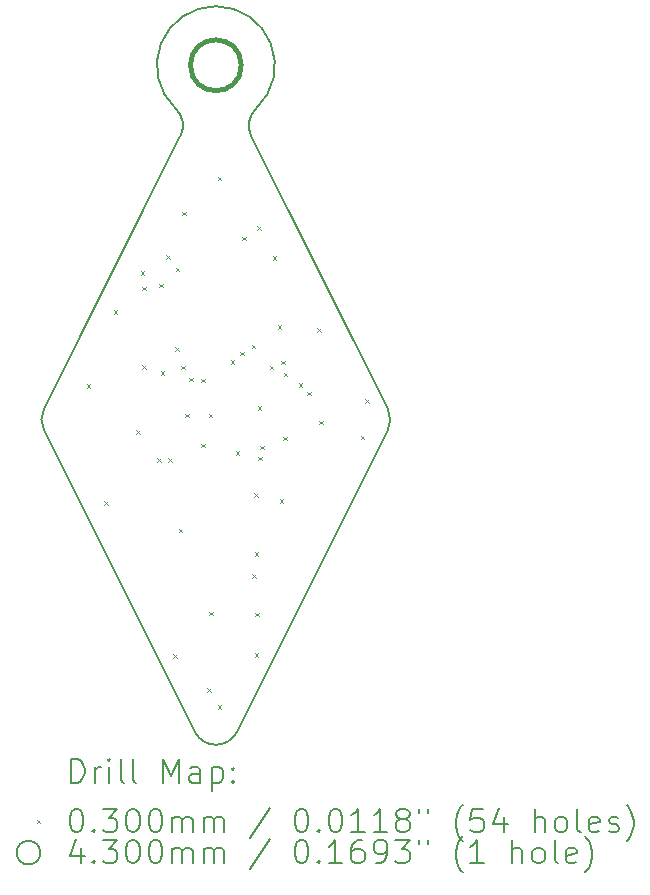
<source format=gbr>
%TF.GenerationSoftware,KiCad,Pcbnew,8.0.3*%
%TF.CreationDate,2024-06-16T19:36:36+02:00*%
%TF.ProjectId,jewelled_lc1,6a657765-6c6c-4656-945f-6c63312e6b69,rev?*%
%TF.SameCoordinates,Original*%
%TF.FileFunction,Drillmap*%
%TF.FilePolarity,Positive*%
%FSLAX45Y45*%
G04 Gerber Fmt 4.5, Leading zero omitted, Abs format (unit mm)*
G04 Created by KiCad (PCBNEW 8.0.3) date 2024-06-16 19:36:36*
%MOMM*%
%LPD*%
G01*
G04 APERTURE LIST*
%ADD10C,0.200000*%
%ADD11C,0.100000*%
%ADD12C,0.430000*%
G04 APERTURE END LIST*
D10*
X14878885Y-13092229D02*
G75*
G02*
X14521334Y-13092666I-178886J89439D01*
G01*
X16155279Y-10360557D02*
G75*
G02*
X16155279Y-10539443I-178889J-89443D01*
G01*
X13244721Y-10539442D02*
G75*
G02*
X13244721Y-10360557I178889J89442D01*
G01*
X14878885Y-13092229D02*
X16155278Y-10539443D01*
X14357939Y-7814684D02*
G75*
G02*
X14400002Y-8050001I-136829J-145876D01*
G01*
X13244721Y-10539442D02*
X14521333Y-13092667D01*
X14400000Y-8050000D02*
X13244721Y-10360557D01*
X15000000Y-8049999D02*
G75*
G02*
X15042064Y-7814687I178880J89440D01*
G01*
X16155279Y-10360557D02*
X15000000Y-8049999D01*
X14357939Y-7814684D02*
G75*
G02*
X15042061Y-7814684I342061J364684D01*
G01*
D11*
X13605000Y-10150000D02*
X13635000Y-10180000D01*
X13635000Y-10150000D02*
X13605000Y-10180000D01*
X13755000Y-11140000D02*
X13785000Y-11170000D01*
X13785000Y-11140000D02*
X13755000Y-11170000D01*
X13835000Y-9525000D02*
X13865000Y-9555000D01*
X13865000Y-9525000D02*
X13835000Y-9555000D01*
X14025000Y-10540000D02*
X14055000Y-10570000D01*
X14055000Y-10540000D02*
X14025000Y-10570000D01*
X14065000Y-9195000D02*
X14095000Y-9225000D01*
X14095000Y-9195000D02*
X14065000Y-9225000D01*
X14075000Y-9325000D02*
X14105000Y-9355000D01*
X14105000Y-9325000D02*
X14075000Y-9355000D01*
X14075000Y-9990000D02*
X14105000Y-10020000D01*
X14105000Y-9990000D02*
X14075000Y-10020000D01*
X14205000Y-10775000D02*
X14235000Y-10805000D01*
X14235000Y-10775000D02*
X14205000Y-10805000D01*
X14220000Y-9300000D02*
X14250000Y-9330000D01*
X14250000Y-9300000D02*
X14220000Y-9330000D01*
X14235000Y-10040000D02*
X14265000Y-10070000D01*
X14265000Y-10040000D02*
X14235000Y-10070000D01*
X14280000Y-9060000D02*
X14310000Y-9090000D01*
X14310000Y-9060000D02*
X14280000Y-9090000D01*
X14295000Y-10775000D02*
X14325000Y-10805000D01*
X14325000Y-10775000D02*
X14295000Y-10805000D01*
X14340000Y-12435000D02*
X14370000Y-12465000D01*
X14370000Y-12435000D02*
X14340000Y-12465000D01*
X14355000Y-9835000D02*
X14385000Y-9865000D01*
X14385000Y-9835000D02*
X14355000Y-9865000D01*
X14360000Y-9165000D02*
X14390000Y-9195000D01*
X14390000Y-9165000D02*
X14360000Y-9195000D01*
X14385000Y-11375000D02*
X14415000Y-11405000D01*
X14415000Y-11375000D02*
X14385000Y-11405000D01*
X14405000Y-9995000D02*
X14435000Y-10025000D01*
X14435000Y-9995000D02*
X14405000Y-10025000D01*
X14415000Y-8690000D02*
X14445000Y-8720000D01*
X14445000Y-8690000D02*
X14415000Y-8720000D01*
X14440000Y-10400000D02*
X14470000Y-10430000D01*
X14470000Y-10400000D02*
X14440000Y-10430000D01*
X14475000Y-10095000D02*
X14505000Y-10125000D01*
X14505000Y-10095000D02*
X14475000Y-10125000D01*
X14575000Y-10105000D02*
X14605000Y-10135000D01*
X14605000Y-10105000D02*
X14575000Y-10135000D01*
X14575000Y-10655000D02*
X14605000Y-10685000D01*
X14605000Y-10655000D02*
X14575000Y-10685000D01*
X14625000Y-12725000D02*
X14655000Y-12755000D01*
X14655000Y-12725000D02*
X14625000Y-12755000D01*
X14640000Y-10400000D02*
X14670000Y-10430000D01*
X14670000Y-10400000D02*
X14640000Y-10430000D01*
X14645000Y-12075000D02*
X14675000Y-12105000D01*
X14675000Y-12075000D02*
X14645000Y-12105000D01*
X14715000Y-8395000D02*
X14745000Y-8425000D01*
X14745000Y-8395000D02*
X14715000Y-8425000D01*
X14715000Y-12870000D02*
X14745000Y-12900000D01*
X14745000Y-12870000D02*
X14715000Y-12900000D01*
X14825000Y-9945000D02*
X14855000Y-9975000D01*
X14855000Y-9945000D02*
X14825000Y-9975000D01*
X14870000Y-10720000D02*
X14900000Y-10750000D01*
X14900000Y-10720000D02*
X14870000Y-10750000D01*
X14905000Y-9875000D02*
X14935000Y-9905000D01*
X14935000Y-9875000D02*
X14905000Y-9905000D01*
X14925000Y-8900000D02*
X14955000Y-8930000D01*
X14955000Y-8900000D02*
X14925000Y-8930000D01*
X15005000Y-9815000D02*
X15035000Y-9845000D01*
X15035000Y-9815000D02*
X15005000Y-9845000D01*
X15010000Y-11760000D02*
X15040000Y-11790000D01*
X15040000Y-11760000D02*
X15010000Y-11790000D01*
X15025000Y-11075000D02*
X15055000Y-11105000D01*
X15055000Y-11075000D02*
X15025000Y-11105000D01*
X15030000Y-11575000D02*
X15060000Y-11605000D01*
X15060000Y-11575000D02*
X15030000Y-11605000D01*
X15030000Y-12430000D02*
X15060000Y-12460000D01*
X15060000Y-12430000D02*
X15030000Y-12460000D01*
X15035000Y-12085000D02*
X15065000Y-12115000D01*
X15065000Y-12085000D02*
X15035000Y-12115000D01*
X15050000Y-8815000D02*
X15080000Y-8845000D01*
X15080000Y-8815000D02*
X15050000Y-8845000D01*
X15055000Y-10335000D02*
X15085000Y-10365000D01*
X15085000Y-10335000D02*
X15055000Y-10365000D01*
X15060000Y-10765000D02*
X15090000Y-10795000D01*
X15090000Y-10765000D02*
X15060000Y-10795000D01*
X15075000Y-10670000D02*
X15105000Y-10700000D01*
X15105000Y-10670000D02*
X15075000Y-10700000D01*
X15155000Y-9995000D02*
X15185000Y-10025000D01*
X15185000Y-9995000D02*
X15155000Y-10025000D01*
X15180000Y-9065000D02*
X15210000Y-9095000D01*
X15210000Y-9065000D02*
X15180000Y-9095000D01*
X15225000Y-9650000D02*
X15255000Y-9680000D01*
X15255000Y-9650000D02*
X15225000Y-9680000D01*
X15240000Y-11125000D02*
X15270000Y-11155000D01*
X15270000Y-11125000D02*
X15240000Y-11155000D01*
X15255000Y-9950000D02*
X15285000Y-9980000D01*
X15285000Y-9950000D02*
X15255000Y-9980000D01*
X15270000Y-10595000D02*
X15300000Y-10625000D01*
X15300000Y-10595000D02*
X15270000Y-10625000D01*
X15275000Y-10055000D02*
X15305000Y-10085000D01*
X15305000Y-10055000D02*
X15275000Y-10085000D01*
X15400000Y-10140000D02*
X15430000Y-10170000D01*
X15430000Y-10140000D02*
X15400000Y-10170000D01*
X15475000Y-10215000D02*
X15505000Y-10245000D01*
X15505000Y-10215000D02*
X15475000Y-10245000D01*
X15560000Y-9675000D02*
X15590000Y-9705000D01*
X15590000Y-9675000D02*
X15560000Y-9705000D01*
X15575000Y-10460000D02*
X15605000Y-10490000D01*
X15605000Y-10460000D02*
X15575000Y-10490000D01*
X15925000Y-10585000D02*
X15955000Y-10615000D01*
X15955000Y-10585000D02*
X15925000Y-10615000D01*
X15963788Y-10276212D02*
X15993788Y-10306212D01*
X15993788Y-10276212D02*
X15963788Y-10306212D01*
D12*
X14915000Y-7450000D02*
G75*
G02*
X14485000Y-7450000I-215000J0D01*
G01*
X14485000Y-7450000D02*
G75*
G02*
X14915000Y-7450000I215000J0D01*
G01*
D10*
X13474384Y-13524272D02*
X13474384Y-13324272D01*
X13474384Y-13324272D02*
X13522003Y-13324272D01*
X13522003Y-13324272D02*
X13550575Y-13333796D01*
X13550575Y-13333796D02*
X13569622Y-13352843D01*
X13569622Y-13352843D02*
X13579146Y-13371891D01*
X13579146Y-13371891D02*
X13588670Y-13409986D01*
X13588670Y-13409986D02*
X13588670Y-13438558D01*
X13588670Y-13438558D02*
X13579146Y-13476653D01*
X13579146Y-13476653D02*
X13569622Y-13495701D01*
X13569622Y-13495701D02*
X13550575Y-13514748D01*
X13550575Y-13514748D02*
X13522003Y-13524272D01*
X13522003Y-13524272D02*
X13474384Y-13524272D01*
X13674384Y-13524272D02*
X13674384Y-13390939D01*
X13674384Y-13429034D02*
X13683908Y-13409986D01*
X13683908Y-13409986D02*
X13693432Y-13400462D01*
X13693432Y-13400462D02*
X13712479Y-13390939D01*
X13712479Y-13390939D02*
X13731527Y-13390939D01*
X13798194Y-13524272D02*
X13798194Y-13390939D01*
X13798194Y-13324272D02*
X13788670Y-13333796D01*
X13788670Y-13333796D02*
X13798194Y-13343320D01*
X13798194Y-13343320D02*
X13807717Y-13333796D01*
X13807717Y-13333796D02*
X13798194Y-13324272D01*
X13798194Y-13324272D02*
X13798194Y-13343320D01*
X13922003Y-13524272D02*
X13902955Y-13514748D01*
X13902955Y-13514748D02*
X13893432Y-13495701D01*
X13893432Y-13495701D02*
X13893432Y-13324272D01*
X14026765Y-13524272D02*
X14007717Y-13514748D01*
X14007717Y-13514748D02*
X13998194Y-13495701D01*
X13998194Y-13495701D02*
X13998194Y-13324272D01*
X14255336Y-13524272D02*
X14255336Y-13324272D01*
X14255336Y-13324272D02*
X14322003Y-13467129D01*
X14322003Y-13467129D02*
X14388670Y-13324272D01*
X14388670Y-13324272D02*
X14388670Y-13524272D01*
X14569622Y-13524272D02*
X14569622Y-13419510D01*
X14569622Y-13419510D02*
X14560098Y-13400462D01*
X14560098Y-13400462D02*
X14541051Y-13390939D01*
X14541051Y-13390939D02*
X14502955Y-13390939D01*
X14502955Y-13390939D02*
X14483908Y-13400462D01*
X14569622Y-13514748D02*
X14550575Y-13524272D01*
X14550575Y-13524272D02*
X14502955Y-13524272D01*
X14502955Y-13524272D02*
X14483908Y-13514748D01*
X14483908Y-13514748D02*
X14474384Y-13495701D01*
X14474384Y-13495701D02*
X14474384Y-13476653D01*
X14474384Y-13476653D02*
X14483908Y-13457605D01*
X14483908Y-13457605D02*
X14502955Y-13448082D01*
X14502955Y-13448082D02*
X14550575Y-13448082D01*
X14550575Y-13448082D02*
X14569622Y-13438558D01*
X14664860Y-13390939D02*
X14664860Y-13590939D01*
X14664860Y-13400462D02*
X14683908Y-13390939D01*
X14683908Y-13390939D02*
X14722003Y-13390939D01*
X14722003Y-13390939D02*
X14741051Y-13400462D01*
X14741051Y-13400462D02*
X14750575Y-13409986D01*
X14750575Y-13409986D02*
X14760098Y-13429034D01*
X14760098Y-13429034D02*
X14760098Y-13486177D01*
X14760098Y-13486177D02*
X14750575Y-13505224D01*
X14750575Y-13505224D02*
X14741051Y-13514748D01*
X14741051Y-13514748D02*
X14722003Y-13524272D01*
X14722003Y-13524272D02*
X14683908Y-13524272D01*
X14683908Y-13524272D02*
X14664860Y-13514748D01*
X14845813Y-13505224D02*
X14855336Y-13514748D01*
X14855336Y-13514748D02*
X14845813Y-13524272D01*
X14845813Y-13524272D02*
X14836289Y-13514748D01*
X14836289Y-13514748D02*
X14845813Y-13505224D01*
X14845813Y-13505224D02*
X14845813Y-13524272D01*
X14845813Y-13400462D02*
X14855336Y-13409986D01*
X14855336Y-13409986D02*
X14845813Y-13419510D01*
X14845813Y-13419510D02*
X14836289Y-13409986D01*
X14836289Y-13409986D02*
X14845813Y-13400462D01*
X14845813Y-13400462D02*
X14845813Y-13419510D01*
D11*
X13183607Y-13837788D02*
X13213607Y-13867788D01*
X13213607Y-13837788D02*
X13183607Y-13867788D01*
D10*
X13512479Y-13744272D02*
X13531527Y-13744272D01*
X13531527Y-13744272D02*
X13550575Y-13753796D01*
X13550575Y-13753796D02*
X13560098Y-13763320D01*
X13560098Y-13763320D02*
X13569622Y-13782367D01*
X13569622Y-13782367D02*
X13579146Y-13820462D01*
X13579146Y-13820462D02*
X13579146Y-13868082D01*
X13579146Y-13868082D02*
X13569622Y-13906177D01*
X13569622Y-13906177D02*
X13560098Y-13925224D01*
X13560098Y-13925224D02*
X13550575Y-13934748D01*
X13550575Y-13934748D02*
X13531527Y-13944272D01*
X13531527Y-13944272D02*
X13512479Y-13944272D01*
X13512479Y-13944272D02*
X13493432Y-13934748D01*
X13493432Y-13934748D02*
X13483908Y-13925224D01*
X13483908Y-13925224D02*
X13474384Y-13906177D01*
X13474384Y-13906177D02*
X13464860Y-13868082D01*
X13464860Y-13868082D02*
X13464860Y-13820462D01*
X13464860Y-13820462D02*
X13474384Y-13782367D01*
X13474384Y-13782367D02*
X13483908Y-13763320D01*
X13483908Y-13763320D02*
X13493432Y-13753796D01*
X13493432Y-13753796D02*
X13512479Y-13744272D01*
X13664860Y-13925224D02*
X13674384Y-13934748D01*
X13674384Y-13934748D02*
X13664860Y-13944272D01*
X13664860Y-13944272D02*
X13655336Y-13934748D01*
X13655336Y-13934748D02*
X13664860Y-13925224D01*
X13664860Y-13925224D02*
X13664860Y-13944272D01*
X13741051Y-13744272D02*
X13864860Y-13744272D01*
X13864860Y-13744272D02*
X13798194Y-13820462D01*
X13798194Y-13820462D02*
X13826765Y-13820462D01*
X13826765Y-13820462D02*
X13845813Y-13829986D01*
X13845813Y-13829986D02*
X13855336Y-13839510D01*
X13855336Y-13839510D02*
X13864860Y-13858558D01*
X13864860Y-13858558D02*
X13864860Y-13906177D01*
X13864860Y-13906177D02*
X13855336Y-13925224D01*
X13855336Y-13925224D02*
X13845813Y-13934748D01*
X13845813Y-13934748D02*
X13826765Y-13944272D01*
X13826765Y-13944272D02*
X13769622Y-13944272D01*
X13769622Y-13944272D02*
X13750575Y-13934748D01*
X13750575Y-13934748D02*
X13741051Y-13925224D01*
X13988670Y-13744272D02*
X14007717Y-13744272D01*
X14007717Y-13744272D02*
X14026765Y-13753796D01*
X14026765Y-13753796D02*
X14036289Y-13763320D01*
X14036289Y-13763320D02*
X14045813Y-13782367D01*
X14045813Y-13782367D02*
X14055336Y-13820462D01*
X14055336Y-13820462D02*
X14055336Y-13868082D01*
X14055336Y-13868082D02*
X14045813Y-13906177D01*
X14045813Y-13906177D02*
X14036289Y-13925224D01*
X14036289Y-13925224D02*
X14026765Y-13934748D01*
X14026765Y-13934748D02*
X14007717Y-13944272D01*
X14007717Y-13944272D02*
X13988670Y-13944272D01*
X13988670Y-13944272D02*
X13969622Y-13934748D01*
X13969622Y-13934748D02*
X13960098Y-13925224D01*
X13960098Y-13925224D02*
X13950575Y-13906177D01*
X13950575Y-13906177D02*
X13941051Y-13868082D01*
X13941051Y-13868082D02*
X13941051Y-13820462D01*
X13941051Y-13820462D02*
X13950575Y-13782367D01*
X13950575Y-13782367D02*
X13960098Y-13763320D01*
X13960098Y-13763320D02*
X13969622Y-13753796D01*
X13969622Y-13753796D02*
X13988670Y-13744272D01*
X14179146Y-13744272D02*
X14198194Y-13744272D01*
X14198194Y-13744272D02*
X14217241Y-13753796D01*
X14217241Y-13753796D02*
X14226765Y-13763320D01*
X14226765Y-13763320D02*
X14236289Y-13782367D01*
X14236289Y-13782367D02*
X14245813Y-13820462D01*
X14245813Y-13820462D02*
X14245813Y-13868082D01*
X14245813Y-13868082D02*
X14236289Y-13906177D01*
X14236289Y-13906177D02*
X14226765Y-13925224D01*
X14226765Y-13925224D02*
X14217241Y-13934748D01*
X14217241Y-13934748D02*
X14198194Y-13944272D01*
X14198194Y-13944272D02*
X14179146Y-13944272D01*
X14179146Y-13944272D02*
X14160098Y-13934748D01*
X14160098Y-13934748D02*
X14150575Y-13925224D01*
X14150575Y-13925224D02*
X14141051Y-13906177D01*
X14141051Y-13906177D02*
X14131527Y-13868082D01*
X14131527Y-13868082D02*
X14131527Y-13820462D01*
X14131527Y-13820462D02*
X14141051Y-13782367D01*
X14141051Y-13782367D02*
X14150575Y-13763320D01*
X14150575Y-13763320D02*
X14160098Y-13753796D01*
X14160098Y-13753796D02*
X14179146Y-13744272D01*
X14331527Y-13944272D02*
X14331527Y-13810939D01*
X14331527Y-13829986D02*
X14341051Y-13820462D01*
X14341051Y-13820462D02*
X14360098Y-13810939D01*
X14360098Y-13810939D02*
X14388670Y-13810939D01*
X14388670Y-13810939D02*
X14407717Y-13820462D01*
X14407717Y-13820462D02*
X14417241Y-13839510D01*
X14417241Y-13839510D02*
X14417241Y-13944272D01*
X14417241Y-13839510D02*
X14426765Y-13820462D01*
X14426765Y-13820462D02*
X14445813Y-13810939D01*
X14445813Y-13810939D02*
X14474384Y-13810939D01*
X14474384Y-13810939D02*
X14493432Y-13820462D01*
X14493432Y-13820462D02*
X14502956Y-13839510D01*
X14502956Y-13839510D02*
X14502956Y-13944272D01*
X14598194Y-13944272D02*
X14598194Y-13810939D01*
X14598194Y-13829986D02*
X14607717Y-13820462D01*
X14607717Y-13820462D02*
X14626765Y-13810939D01*
X14626765Y-13810939D02*
X14655337Y-13810939D01*
X14655337Y-13810939D02*
X14674384Y-13820462D01*
X14674384Y-13820462D02*
X14683908Y-13839510D01*
X14683908Y-13839510D02*
X14683908Y-13944272D01*
X14683908Y-13839510D02*
X14693432Y-13820462D01*
X14693432Y-13820462D02*
X14712479Y-13810939D01*
X14712479Y-13810939D02*
X14741051Y-13810939D01*
X14741051Y-13810939D02*
X14760098Y-13820462D01*
X14760098Y-13820462D02*
X14769622Y-13839510D01*
X14769622Y-13839510D02*
X14769622Y-13944272D01*
X15160098Y-13734748D02*
X14988670Y-13991891D01*
X15417241Y-13744272D02*
X15436289Y-13744272D01*
X15436289Y-13744272D02*
X15455337Y-13753796D01*
X15455337Y-13753796D02*
X15464860Y-13763320D01*
X15464860Y-13763320D02*
X15474384Y-13782367D01*
X15474384Y-13782367D02*
X15483908Y-13820462D01*
X15483908Y-13820462D02*
X15483908Y-13868082D01*
X15483908Y-13868082D02*
X15474384Y-13906177D01*
X15474384Y-13906177D02*
X15464860Y-13925224D01*
X15464860Y-13925224D02*
X15455337Y-13934748D01*
X15455337Y-13934748D02*
X15436289Y-13944272D01*
X15436289Y-13944272D02*
X15417241Y-13944272D01*
X15417241Y-13944272D02*
X15398194Y-13934748D01*
X15398194Y-13934748D02*
X15388670Y-13925224D01*
X15388670Y-13925224D02*
X15379146Y-13906177D01*
X15379146Y-13906177D02*
X15369622Y-13868082D01*
X15369622Y-13868082D02*
X15369622Y-13820462D01*
X15369622Y-13820462D02*
X15379146Y-13782367D01*
X15379146Y-13782367D02*
X15388670Y-13763320D01*
X15388670Y-13763320D02*
X15398194Y-13753796D01*
X15398194Y-13753796D02*
X15417241Y-13744272D01*
X15569622Y-13925224D02*
X15579146Y-13934748D01*
X15579146Y-13934748D02*
X15569622Y-13944272D01*
X15569622Y-13944272D02*
X15560099Y-13934748D01*
X15560099Y-13934748D02*
X15569622Y-13925224D01*
X15569622Y-13925224D02*
X15569622Y-13944272D01*
X15702956Y-13744272D02*
X15722003Y-13744272D01*
X15722003Y-13744272D02*
X15741051Y-13753796D01*
X15741051Y-13753796D02*
X15750575Y-13763320D01*
X15750575Y-13763320D02*
X15760099Y-13782367D01*
X15760099Y-13782367D02*
X15769622Y-13820462D01*
X15769622Y-13820462D02*
X15769622Y-13868082D01*
X15769622Y-13868082D02*
X15760099Y-13906177D01*
X15760099Y-13906177D02*
X15750575Y-13925224D01*
X15750575Y-13925224D02*
X15741051Y-13934748D01*
X15741051Y-13934748D02*
X15722003Y-13944272D01*
X15722003Y-13944272D02*
X15702956Y-13944272D01*
X15702956Y-13944272D02*
X15683908Y-13934748D01*
X15683908Y-13934748D02*
X15674384Y-13925224D01*
X15674384Y-13925224D02*
X15664860Y-13906177D01*
X15664860Y-13906177D02*
X15655337Y-13868082D01*
X15655337Y-13868082D02*
X15655337Y-13820462D01*
X15655337Y-13820462D02*
X15664860Y-13782367D01*
X15664860Y-13782367D02*
X15674384Y-13763320D01*
X15674384Y-13763320D02*
X15683908Y-13753796D01*
X15683908Y-13753796D02*
X15702956Y-13744272D01*
X15960099Y-13944272D02*
X15845813Y-13944272D01*
X15902956Y-13944272D02*
X15902956Y-13744272D01*
X15902956Y-13744272D02*
X15883908Y-13772843D01*
X15883908Y-13772843D02*
X15864860Y-13791891D01*
X15864860Y-13791891D02*
X15845813Y-13801415D01*
X16150575Y-13944272D02*
X16036289Y-13944272D01*
X16093432Y-13944272D02*
X16093432Y-13744272D01*
X16093432Y-13744272D02*
X16074384Y-13772843D01*
X16074384Y-13772843D02*
X16055337Y-13791891D01*
X16055337Y-13791891D02*
X16036289Y-13801415D01*
X16264860Y-13829986D02*
X16245813Y-13820462D01*
X16245813Y-13820462D02*
X16236289Y-13810939D01*
X16236289Y-13810939D02*
X16226765Y-13791891D01*
X16226765Y-13791891D02*
X16226765Y-13782367D01*
X16226765Y-13782367D02*
X16236289Y-13763320D01*
X16236289Y-13763320D02*
X16245813Y-13753796D01*
X16245813Y-13753796D02*
X16264860Y-13744272D01*
X16264860Y-13744272D02*
X16302956Y-13744272D01*
X16302956Y-13744272D02*
X16322003Y-13753796D01*
X16322003Y-13753796D02*
X16331527Y-13763320D01*
X16331527Y-13763320D02*
X16341051Y-13782367D01*
X16341051Y-13782367D02*
X16341051Y-13791891D01*
X16341051Y-13791891D02*
X16331527Y-13810939D01*
X16331527Y-13810939D02*
X16322003Y-13820462D01*
X16322003Y-13820462D02*
X16302956Y-13829986D01*
X16302956Y-13829986D02*
X16264860Y-13829986D01*
X16264860Y-13829986D02*
X16245813Y-13839510D01*
X16245813Y-13839510D02*
X16236289Y-13849034D01*
X16236289Y-13849034D02*
X16226765Y-13868082D01*
X16226765Y-13868082D02*
X16226765Y-13906177D01*
X16226765Y-13906177D02*
X16236289Y-13925224D01*
X16236289Y-13925224D02*
X16245813Y-13934748D01*
X16245813Y-13934748D02*
X16264860Y-13944272D01*
X16264860Y-13944272D02*
X16302956Y-13944272D01*
X16302956Y-13944272D02*
X16322003Y-13934748D01*
X16322003Y-13934748D02*
X16331527Y-13925224D01*
X16331527Y-13925224D02*
X16341051Y-13906177D01*
X16341051Y-13906177D02*
X16341051Y-13868082D01*
X16341051Y-13868082D02*
X16331527Y-13849034D01*
X16331527Y-13849034D02*
X16322003Y-13839510D01*
X16322003Y-13839510D02*
X16302956Y-13829986D01*
X16417241Y-13744272D02*
X16417241Y-13782367D01*
X16493432Y-13744272D02*
X16493432Y-13782367D01*
X16788670Y-14020462D02*
X16779146Y-14010939D01*
X16779146Y-14010939D02*
X16760099Y-13982367D01*
X16760099Y-13982367D02*
X16750575Y-13963320D01*
X16750575Y-13963320D02*
X16741051Y-13934748D01*
X16741051Y-13934748D02*
X16731527Y-13887129D01*
X16731527Y-13887129D02*
X16731527Y-13849034D01*
X16731527Y-13849034D02*
X16741051Y-13801415D01*
X16741051Y-13801415D02*
X16750575Y-13772843D01*
X16750575Y-13772843D02*
X16760099Y-13753796D01*
X16760099Y-13753796D02*
X16779146Y-13725224D01*
X16779146Y-13725224D02*
X16788670Y-13715701D01*
X16960099Y-13744272D02*
X16864861Y-13744272D01*
X16864861Y-13744272D02*
X16855337Y-13839510D01*
X16855337Y-13839510D02*
X16864861Y-13829986D01*
X16864861Y-13829986D02*
X16883908Y-13820462D01*
X16883908Y-13820462D02*
X16931527Y-13820462D01*
X16931527Y-13820462D02*
X16950575Y-13829986D01*
X16950575Y-13829986D02*
X16960099Y-13839510D01*
X16960099Y-13839510D02*
X16969623Y-13858558D01*
X16969623Y-13858558D02*
X16969623Y-13906177D01*
X16969623Y-13906177D02*
X16960099Y-13925224D01*
X16960099Y-13925224D02*
X16950575Y-13934748D01*
X16950575Y-13934748D02*
X16931527Y-13944272D01*
X16931527Y-13944272D02*
X16883908Y-13944272D01*
X16883908Y-13944272D02*
X16864861Y-13934748D01*
X16864861Y-13934748D02*
X16855337Y-13925224D01*
X17141051Y-13810939D02*
X17141051Y-13944272D01*
X17093432Y-13734748D02*
X17045813Y-13877605D01*
X17045813Y-13877605D02*
X17169623Y-13877605D01*
X17398194Y-13944272D02*
X17398194Y-13744272D01*
X17483908Y-13944272D02*
X17483908Y-13839510D01*
X17483908Y-13839510D02*
X17474385Y-13820462D01*
X17474385Y-13820462D02*
X17455337Y-13810939D01*
X17455337Y-13810939D02*
X17426765Y-13810939D01*
X17426765Y-13810939D02*
X17407718Y-13820462D01*
X17407718Y-13820462D02*
X17398194Y-13829986D01*
X17607718Y-13944272D02*
X17588670Y-13934748D01*
X17588670Y-13934748D02*
X17579146Y-13925224D01*
X17579146Y-13925224D02*
X17569623Y-13906177D01*
X17569623Y-13906177D02*
X17569623Y-13849034D01*
X17569623Y-13849034D02*
X17579146Y-13829986D01*
X17579146Y-13829986D02*
X17588670Y-13820462D01*
X17588670Y-13820462D02*
X17607718Y-13810939D01*
X17607718Y-13810939D02*
X17636289Y-13810939D01*
X17636289Y-13810939D02*
X17655337Y-13820462D01*
X17655337Y-13820462D02*
X17664861Y-13829986D01*
X17664861Y-13829986D02*
X17674385Y-13849034D01*
X17674385Y-13849034D02*
X17674385Y-13906177D01*
X17674385Y-13906177D02*
X17664861Y-13925224D01*
X17664861Y-13925224D02*
X17655337Y-13934748D01*
X17655337Y-13934748D02*
X17636289Y-13944272D01*
X17636289Y-13944272D02*
X17607718Y-13944272D01*
X17788670Y-13944272D02*
X17769623Y-13934748D01*
X17769623Y-13934748D02*
X17760099Y-13915701D01*
X17760099Y-13915701D02*
X17760099Y-13744272D01*
X17941051Y-13934748D02*
X17922004Y-13944272D01*
X17922004Y-13944272D02*
X17883908Y-13944272D01*
X17883908Y-13944272D02*
X17864861Y-13934748D01*
X17864861Y-13934748D02*
X17855337Y-13915701D01*
X17855337Y-13915701D02*
X17855337Y-13839510D01*
X17855337Y-13839510D02*
X17864861Y-13820462D01*
X17864861Y-13820462D02*
X17883908Y-13810939D01*
X17883908Y-13810939D02*
X17922004Y-13810939D01*
X17922004Y-13810939D02*
X17941051Y-13820462D01*
X17941051Y-13820462D02*
X17950575Y-13839510D01*
X17950575Y-13839510D02*
X17950575Y-13858558D01*
X17950575Y-13858558D02*
X17855337Y-13877605D01*
X18026766Y-13934748D02*
X18045813Y-13944272D01*
X18045813Y-13944272D02*
X18083908Y-13944272D01*
X18083908Y-13944272D02*
X18102956Y-13934748D01*
X18102956Y-13934748D02*
X18112480Y-13915701D01*
X18112480Y-13915701D02*
X18112480Y-13906177D01*
X18112480Y-13906177D02*
X18102956Y-13887129D01*
X18102956Y-13887129D02*
X18083908Y-13877605D01*
X18083908Y-13877605D02*
X18055337Y-13877605D01*
X18055337Y-13877605D02*
X18036289Y-13868082D01*
X18036289Y-13868082D02*
X18026766Y-13849034D01*
X18026766Y-13849034D02*
X18026766Y-13839510D01*
X18026766Y-13839510D02*
X18036289Y-13820462D01*
X18036289Y-13820462D02*
X18055337Y-13810939D01*
X18055337Y-13810939D02*
X18083908Y-13810939D01*
X18083908Y-13810939D02*
X18102956Y-13820462D01*
X18179147Y-14020462D02*
X18188670Y-14010939D01*
X18188670Y-14010939D02*
X18207718Y-13982367D01*
X18207718Y-13982367D02*
X18217242Y-13963320D01*
X18217242Y-13963320D02*
X18226766Y-13934748D01*
X18226766Y-13934748D02*
X18236289Y-13887129D01*
X18236289Y-13887129D02*
X18236289Y-13849034D01*
X18236289Y-13849034D02*
X18226766Y-13801415D01*
X18226766Y-13801415D02*
X18217242Y-13772843D01*
X18217242Y-13772843D02*
X18207718Y-13753796D01*
X18207718Y-13753796D02*
X18188670Y-13725224D01*
X18188670Y-13725224D02*
X18179147Y-13715701D01*
X13213607Y-14116788D02*
G75*
G02*
X13013607Y-14116788I-100000J0D01*
G01*
X13013607Y-14116788D02*
G75*
G02*
X13213607Y-14116788I100000J0D01*
G01*
X13560098Y-14074939D02*
X13560098Y-14208272D01*
X13512479Y-13998748D02*
X13464860Y-14141605D01*
X13464860Y-14141605D02*
X13588670Y-14141605D01*
X13664860Y-14189224D02*
X13674384Y-14198748D01*
X13674384Y-14198748D02*
X13664860Y-14208272D01*
X13664860Y-14208272D02*
X13655336Y-14198748D01*
X13655336Y-14198748D02*
X13664860Y-14189224D01*
X13664860Y-14189224D02*
X13664860Y-14208272D01*
X13741051Y-14008272D02*
X13864860Y-14008272D01*
X13864860Y-14008272D02*
X13798194Y-14084462D01*
X13798194Y-14084462D02*
X13826765Y-14084462D01*
X13826765Y-14084462D02*
X13845813Y-14093986D01*
X13845813Y-14093986D02*
X13855336Y-14103510D01*
X13855336Y-14103510D02*
X13864860Y-14122558D01*
X13864860Y-14122558D02*
X13864860Y-14170177D01*
X13864860Y-14170177D02*
X13855336Y-14189224D01*
X13855336Y-14189224D02*
X13845813Y-14198748D01*
X13845813Y-14198748D02*
X13826765Y-14208272D01*
X13826765Y-14208272D02*
X13769622Y-14208272D01*
X13769622Y-14208272D02*
X13750575Y-14198748D01*
X13750575Y-14198748D02*
X13741051Y-14189224D01*
X13988670Y-14008272D02*
X14007717Y-14008272D01*
X14007717Y-14008272D02*
X14026765Y-14017796D01*
X14026765Y-14017796D02*
X14036289Y-14027320D01*
X14036289Y-14027320D02*
X14045813Y-14046367D01*
X14045813Y-14046367D02*
X14055336Y-14084462D01*
X14055336Y-14084462D02*
X14055336Y-14132082D01*
X14055336Y-14132082D02*
X14045813Y-14170177D01*
X14045813Y-14170177D02*
X14036289Y-14189224D01*
X14036289Y-14189224D02*
X14026765Y-14198748D01*
X14026765Y-14198748D02*
X14007717Y-14208272D01*
X14007717Y-14208272D02*
X13988670Y-14208272D01*
X13988670Y-14208272D02*
X13969622Y-14198748D01*
X13969622Y-14198748D02*
X13960098Y-14189224D01*
X13960098Y-14189224D02*
X13950575Y-14170177D01*
X13950575Y-14170177D02*
X13941051Y-14132082D01*
X13941051Y-14132082D02*
X13941051Y-14084462D01*
X13941051Y-14084462D02*
X13950575Y-14046367D01*
X13950575Y-14046367D02*
X13960098Y-14027320D01*
X13960098Y-14027320D02*
X13969622Y-14017796D01*
X13969622Y-14017796D02*
X13988670Y-14008272D01*
X14179146Y-14008272D02*
X14198194Y-14008272D01*
X14198194Y-14008272D02*
X14217241Y-14017796D01*
X14217241Y-14017796D02*
X14226765Y-14027320D01*
X14226765Y-14027320D02*
X14236289Y-14046367D01*
X14236289Y-14046367D02*
X14245813Y-14084462D01*
X14245813Y-14084462D02*
X14245813Y-14132082D01*
X14245813Y-14132082D02*
X14236289Y-14170177D01*
X14236289Y-14170177D02*
X14226765Y-14189224D01*
X14226765Y-14189224D02*
X14217241Y-14198748D01*
X14217241Y-14198748D02*
X14198194Y-14208272D01*
X14198194Y-14208272D02*
X14179146Y-14208272D01*
X14179146Y-14208272D02*
X14160098Y-14198748D01*
X14160098Y-14198748D02*
X14150575Y-14189224D01*
X14150575Y-14189224D02*
X14141051Y-14170177D01*
X14141051Y-14170177D02*
X14131527Y-14132082D01*
X14131527Y-14132082D02*
X14131527Y-14084462D01*
X14131527Y-14084462D02*
X14141051Y-14046367D01*
X14141051Y-14046367D02*
X14150575Y-14027320D01*
X14150575Y-14027320D02*
X14160098Y-14017796D01*
X14160098Y-14017796D02*
X14179146Y-14008272D01*
X14331527Y-14208272D02*
X14331527Y-14074939D01*
X14331527Y-14093986D02*
X14341051Y-14084462D01*
X14341051Y-14084462D02*
X14360098Y-14074939D01*
X14360098Y-14074939D02*
X14388670Y-14074939D01*
X14388670Y-14074939D02*
X14407717Y-14084462D01*
X14407717Y-14084462D02*
X14417241Y-14103510D01*
X14417241Y-14103510D02*
X14417241Y-14208272D01*
X14417241Y-14103510D02*
X14426765Y-14084462D01*
X14426765Y-14084462D02*
X14445813Y-14074939D01*
X14445813Y-14074939D02*
X14474384Y-14074939D01*
X14474384Y-14074939D02*
X14493432Y-14084462D01*
X14493432Y-14084462D02*
X14502956Y-14103510D01*
X14502956Y-14103510D02*
X14502956Y-14208272D01*
X14598194Y-14208272D02*
X14598194Y-14074939D01*
X14598194Y-14093986D02*
X14607717Y-14084462D01*
X14607717Y-14084462D02*
X14626765Y-14074939D01*
X14626765Y-14074939D02*
X14655337Y-14074939D01*
X14655337Y-14074939D02*
X14674384Y-14084462D01*
X14674384Y-14084462D02*
X14683908Y-14103510D01*
X14683908Y-14103510D02*
X14683908Y-14208272D01*
X14683908Y-14103510D02*
X14693432Y-14084462D01*
X14693432Y-14084462D02*
X14712479Y-14074939D01*
X14712479Y-14074939D02*
X14741051Y-14074939D01*
X14741051Y-14074939D02*
X14760098Y-14084462D01*
X14760098Y-14084462D02*
X14769622Y-14103510D01*
X14769622Y-14103510D02*
X14769622Y-14208272D01*
X15160098Y-13998748D02*
X14988670Y-14255891D01*
X15417241Y-14008272D02*
X15436289Y-14008272D01*
X15436289Y-14008272D02*
X15455337Y-14017796D01*
X15455337Y-14017796D02*
X15464860Y-14027320D01*
X15464860Y-14027320D02*
X15474384Y-14046367D01*
X15474384Y-14046367D02*
X15483908Y-14084462D01*
X15483908Y-14084462D02*
X15483908Y-14132082D01*
X15483908Y-14132082D02*
X15474384Y-14170177D01*
X15474384Y-14170177D02*
X15464860Y-14189224D01*
X15464860Y-14189224D02*
X15455337Y-14198748D01*
X15455337Y-14198748D02*
X15436289Y-14208272D01*
X15436289Y-14208272D02*
X15417241Y-14208272D01*
X15417241Y-14208272D02*
X15398194Y-14198748D01*
X15398194Y-14198748D02*
X15388670Y-14189224D01*
X15388670Y-14189224D02*
X15379146Y-14170177D01*
X15379146Y-14170177D02*
X15369622Y-14132082D01*
X15369622Y-14132082D02*
X15369622Y-14084462D01*
X15369622Y-14084462D02*
X15379146Y-14046367D01*
X15379146Y-14046367D02*
X15388670Y-14027320D01*
X15388670Y-14027320D02*
X15398194Y-14017796D01*
X15398194Y-14017796D02*
X15417241Y-14008272D01*
X15569622Y-14189224D02*
X15579146Y-14198748D01*
X15579146Y-14198748D02*
X15569622Y-14208272D01*
X15569622Y-14208272D02*
X15560099Y-14198748D01*
X15560099Y-14198748D02*
X15569622Y-14189224D01*
X15569622Y-14189224D02*
X15569622Y-14208272D01*
X15769622Y-14208272D02*
X15655337Y-14208272D01*
X15712479Y-14208272D02*
X15712479Y-14008272D01*
X15712479Y-14008272D02*
X15693432Y-14036843D01*
X15693432Y-14036843D02*
X15674384Y-14055891D01*
X15674384Y-14055891D02*
X15655337Y-14065415D01*
X15941051Y-14008272D02*
X15902956Y-14008272D01*
X15902956Y-14008272D02*
X15883908Y-14017796D01*
X15883908Y-14017796D02*
X15874384Y-14027320D01*
X15874384Y-14027320D02*
X15855337Y-14055891D01*
X15855337Y-14055891D02*
X15845813Y-14093986D01*
X15845813Y-14093986D02*
X15845813Y-14170177D01*
X15845813Y-14170177D02*
X15855337Y-14189224D01*
X15855337Y-14189224D02*
X15864860Y-14198748D01*
X15864860Y-14198748D02*
X15883908Y-14208272D01*
X15883908Y-14208272D02*
X15922003Y-14208272D01*
X15922003Y-14208272D02*
X15941051Y-14198748D01*
X15941051Y-14198748D02*
X15950575Y-14189224D01*
X15950575Y-14189224D02*
X15960099Y-14170177D01*
X15960099Y-14170177D02*
X15960099Y-14122558D01*
X15960099Y-14122558D02*
X15950575Y-14103510D01*
X15950575Y-14103510D02*
X15941051Y-14093986D01*
X15941051Y-14093986D02*
X15922003Y-14084462D01*
X15922003Y-14084462D02*
X15883908Y-14084462D01*
X15883908Y-14084462D02*
X15864860Y-14093986D01*
X15864860Y-14093986D02*
X15855337Y-14103510D01*
X15855337Y-14103510D02*
X15845813Y-14122558D01*
X16055337Y-14208272D02*
X16093432Y-14208272D01*
X16093432Y-14208272D02*
X16112480Y-14198748D01*
X16112480Y-14198748D02*
X16122003Y-14189224D01*
X16122003Y-14189224D02*
X16141051Y-14160653D01*
X16141051Y-14160653D02*
X16150575Y-14122558D01*
X16150575Y-14122558D02*
X16150575Y-14046367D01*
X16150575Y-14046367D02*
X16141051Y-14027320D01*
X16141051Y-14027320D02*
X16131527Y-14017796D01*
X16131527Y-14017796D02*
X16112480Y-14008272D01*
X16112480Y-14008272D02*
X16074384Y-14008272D01*
X16074384Y-14008272D02*
X16055337Y-14017796D01*
X16055337Y-14017796D02*
X16045813Y-14027320D01*
X16045813Y-14027320D02*
X16036289Y-14046367D01*
X16036289Y-14046367D02*
X16036289Y-14093986D01*
X16036289Y-14093986D02*
X16045813Y-14113034D01*
X16045813Y-14113034D02*
X16055337Y-14122558D01*
X16055337Y-14122558D02*
X16074384Y-14132082D01*
X16074384Y-14132082D02*
X16112480Y-14132082D01*
X16112480Y-14132082D02*
X16131527Y-14122558D01*
X16131527Y-14122558D02*
X16141051Y-14113034D01*
X16141051Y-14113034D02*
X16150575Y-14093986D01*
X16217241Y-14008272D02*
X16341051Y-14008272D01*
X16341051Y-14008272D02*
X16274384Y-14084462D01*
X16274384Y-14084462D02*
X16302956Y-14084462D01*
X16302956Y-14084462D02*
X16322003Y-14093986D01*
X16322003Y-14093986D02*
X16331527Y-14103510D01*
X16331527Y-14103510D02*
X16341051Y-14122558D01*
X16341051Y-14122558D02*
X16341051Y-14170177D01*
X16341051Y-14170177D02*
X16331527Y-14189224D01*
X16331527Y-14189224D02*
X16322003Y-14198748D01*
X16322003Y-14198748D02*
X16302956Y-14208272D01*
X16302956Y-14208272D02*
X16245813Y-14208272D01*
X16245813Y-14208272D02*
X16226765Y-14198748D01*
X16226765Y-14198748D02*
X16217241Y-14189224D01*
X16417241Y-14008272D02*
X16417241Y-14046367D01*
X16493432Y-14008272D02*
X16493432Y-14046367D01*
X16788670Y-14284462D02*
X16779146Y-14274939D01*
X16779146Y-14274939D02*
X16760099Y-14246367D01*
X16760099Y-14246367D02*
X16750575Y-14227320D01*
X16750575Y-14227320D02*
X16741051Y-14198748D01*
X16741051Y-14198748D02*
X16731527Y-14151129D01*
X16731527Y-14151129D02*
X16731527Y-14113034D01*
X16731527Y-14113034D02*
X16741051Y-14065415D01*
X16741051Y-14065415D02*
X16750575Y-14036843D01*
X16750575Y-14036843D02*
X16760099Y-14017796D01*
X16760099Y-14017796D02*
X16779146Y-13989224D01*
X16779146Y-13989224D02*
X16788670Y-13979701D01*
X16969623Y-14208272D02*
X16855337Y-14208272D01*
X16912480Y-14208272D02*
X16912480Y-14008272D01*
X16912480Y-14008272D02*
X16893432Y-14036843D01*
X16893432Y-14036843D02*
X16874384Y-14055891D01*
X16874384Y-14055891D02*
X16855337Y-14065415D01*
X17207718Y-14208272D02*
X17207718Y-14008272D01*
X17293432Y-14208272D02*
X17293432Y-14103510D01*
X17293432Y-14103510D02*
X17283908Y-14084462D01*
X17283908Y-14084462D02*
X17264861Y-14074939D01*
X17264861Y-14074939D02*
X17236289Y-14074939D01*
X17236289Y-14074939D02*
X17217242Y-14084462D01*
X17217242Y-14084462D02*
X17207718Y-14093986D01*
X17417242Y-14208272D02*
X17398194Y-14198748D01*
X17398194Y-14198748D02*
X17388670Y-14189224D01*
X17388670Y-14189224D02*
X17379146Y-14170177D01*
X17379146Y-14170177D02*
X17379146Y-14113034D01*
X17379146Y-14113034D02*
X17388670Y-14093986D01*
X17388670Y-14093986D02*
X17398194Y-14084462D01*
X17398194Y-14084462D02*
X17417242Y-14074939D01*
X17417242Y-14074939D02*
X17445813Y-14074939D01*
X17445813Y-14074939D02*
X17464861Y-14084462D01*
X17464861Y-14084462D02*
X17474385Y-14093986D01*
X17474385Y-14093986D02*
X17483908Y-14113034D01*
X17483908Y-14113034D02*
X17483908Y-14170177D01*
X17483908Y-14170177D02*
X17474385Y-14189224D01*
X17474385Y-14189224D02*
X17464861Y-14198748D01*
X17464861Y-14198748D02*
X17445813Y-14208272D01*
X17445813Y-14208272D02*
X17417242Y-14208272D01*
X17598194Y-14208272D02*
X17579146Y-14198748D01*
X17579146Y-14198748D02*
X17569623Y-14179701D01*
X17569623Y-14179701D02*
X17569623Y-14008272D01*
X17750575Y-14198748D02*
X17731527Y-14208272D01*
X17731527Y-14208272D02*
X17693432Y-14208272D01*
X17693432Y-14208272D02*
X17674385Y-14198748D01*
X17674385Y-14198748D02*
X17664861Y-14179701D01*
X17664861Y-14179701D02*
X17664861Y-14103510D01*
X17664861Y-14103510D02*
X17674385Y-14084462D01*
X17674385Y-14084462D02*
X17693432Y-14074939D01*
X17693432Y-14074939D02*
X17731527Y-14074939D01*
X17731527Y-14074939D02*
X17750575Y-14084462D01*
X17750575Y-14084462D02*
X17760099Y-14103510D01*
X17760099Y-14103510D02*
X17760099Y-14122558D01*
X17760099Y-14122558D02*
X17664861Y-14141605D01*
X17826766Y-14284462D02*
X17836289Y-14274939D01*
X17836289Y-14274939D02*
X17855337Y-14246367D01*
X17855337Y-14246367D02*
X17864861Y-14227320D01*
X17864861Y-14227320D02*
X17874385Y-14198748D01*
X17874385Y-14198748D02*
X17883908Y-14151129D01*
X17883908Y-14151129D02*
X17883908Y-14113034D01*
X17883908Y-14113034D02*
X17874385Y-14065415D01*
X17874385Y-14065415D02*
X17864861Y-14036843D01*
X17864861Y-14036843D02*
X17855337Y-14017796D01*
X17855337Y-14017796D02*
X17836289Y-13989224D01*
X17836289Y-13989224D02*
X17826766Y-13979701D01*
M02*

</source>
